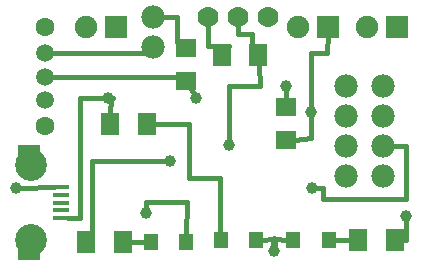
<source format=gbl>
G04 MADE WITH FRITZING*
G04 WWW.FRITZING.ORG*
G04 DOUBLE SIDED*
G04 HOLES PLATED*
G04 CONTOUR ON CENTER OF CONTOUR VECTOR*
%ASAXBY*%
%FSLAX23Y23*%
%MOIN*%
%OFA0B0*%
%SFA1.0B1.0*%
%ADD10C,0.039370*%
%ADD11C,0.069444*%
%ADD12C,0.059055*%
%ADD13C,0.106299*%
%ADD14C,0.062992*%
%ADD15C,0.078000*%
%ADD16C,0.075000*%
%ADD17R,0.070866X0.062992*%
%ADD18R,0.047244X0.055118*%
%ADD19R,0.062992X0.074803*%
%ADD20R,0.055118X0.013780*%
%ADD21R,0.074803X0.070866*%
%ADD22R,0.075000X0.075000*%
%ADD23C,0.016000*%
%ADD24C,0.024000*%
%LNCOPPER0*%
G90*
G70*
G54D10*
X1024Y507D03*
G54D11*
X878Y822D03*
X778Y822D03*
X678Y822D03*
X878Y822D03*
X778Y822D03*
X678Y822D03*
G54D10*
X938Y594D03*
X639Y554D03*
G54D12*
X135Y704D03*
X135Y625D03*
X135Y547D03*
G54D10*
X898Y43D03*
X39Y255D03*
G54D13*
X89Y80D03*
G54D14*
X135Y791D03*
X135Y460D03*
G54D13*
X89Y330D03*
G54D10*
X1026Y255D03*
X749Y397D03*
X473Y169D03*
X552Y342D03*
X1339Y161D03*
X347Y554D03*
G54D15*
X497Y722D03*
X497Y822D03*
X1264Y592D03*
X1264Y492D03*
X1264Y392D03*
X1264Y292D03*
X1139Y592D03*
X1139Y492D03*
X1139Y392D03*
X1139Y292D03*
G54D16*
X371Y791D03*
X271Y791D03*
X371Y791D03*
X271Y791D03*
X1080Y791D03*
X980Y791D03*
X1080Y791D03*
X980Y791D03*
X1308Y791D03*
X1208Y791D03*
X1308Y791D03*
X1208Y791D03*
G54D17*
X938Y523D03*
X938Y413D03*
X607Y720D03*
X607Y610D03*
G54D18*
X721Y80D03*
X839Y80D03*
X964Y80D03*
X1082Y80D03*
X489Y74D03*
X607Y74D03*
G54D19*
X476Y467D03*
X354Y467D03*
X1301Y80D03*
X1179Y80D03*
X725Y696D03*
X847Y696D03*
X395Y74D03*
X272Y74D03*
G54D20*
X189Y154D03*
X189Y256D03*
X189Y179D03*
X189Y205D03*
X189Y230D03*
G54D21*
X84Y47D03*
X84Y362D03*
G54D22*
X371Y791D03*
X371Y791D03*
X1080Y791D03*
X1080Y791D03*
X1308Y791D03*
X1308Y791D03*
G54D23*
X576Y743D02*
X576Y823D01*
D02*
X576Y823D02*
X521Y822D01*
D02*
X577Y741D02*
X576Y743D01*
D02*
X198Y704D02*
X154Y704D01*
D02*
X473Y704D02*
X198Y704D01*
D02*
X477Y708D02*
X473Y704D01*
D02*
X206Y625D02*
X411Y625D01*
D02*
X206Y625D02*
X154Y625D01*
D02*
X608Y207D02*
X607Y96D01*
D02*
X473Y207D02*
X608Y207D01*
D02*
X473Y182D02*
X473Y207D01*
D02*
X632Y566D02*
X622Y584D01*
G54D24*
D02*
X898Y83D02*
X898Y62D01*
G54D23*
D02*
X851Y594D02*
X849Y664D01*
D02*
X749Y594D02*
X851Y594D01*
D02*
X749Y410D02*
X749Y594D01*
D02*
X938Y549D02*
X938Y580D01*
D02*
X1024Y420D02*
X1024Y494D01*
D02*
X968Y415D02*
X1024Y420D01*
D02*
X1024Y521D02*
X1024Y704D01*
D02*
X1024Y704D02*
X1076Y705D01*
D02*
X1076Y705D02*
X1079Y768D01*
D02*
X827Y767D02*
X780Y767D01*
D02*
X780Y767D02*
X779Y801D01*
D02*
X827Y727D02*
X827Y767D01*
D02*
X847Y696D02*
X827Y727D01*
D02*
X678Y727D02*
X678Y801D01*
D02*
X750Y727D02*
X678Y727D01*
D02*
X725Y696D02*
X750Y727D01*
D02*
X575Y625D02*
X577Y624D01*
D02*
X411Y625D02*
X575Y625D01*
D02*
X1100Y80D02*
X1153Y80D01*
D02*
X898Y83D02*
X857Y81D01*
D02*
X898Y83D02*
X946Y81D01*
D02*
X1339Y81D02*
X1339Y147D01*
D02*
X1327Y80D02*
X1339Y81D01*
D02*
X718Y287D02*
X616Y287D01*
D02*
X616Y287D02*
X616Y468D01*
D02*
X720Y102D02*
X718Y287D01*
D02*
X616Y468D02*
X551Y467D01*
D02*
X551Y467D02*
X502Y467D01*
D02*
X355Y554D02*
X354Y499D01*
D02*
X361Y553D02*
X355Y554D01*
D02*
X52Y255D02*
X167Y256D01*
D02*
X1063Y218D02*
X1339Y218D01*
D02*
X1339Y218D02*
X1339Y393D01*
D02*
X1339Y393D02*
X1288Y392D01*
D02*
X1063Y254D02*
X1063Y218D01*
D02*
X1040Y255D02*
X1063Y254D01*
D02*
X420Y74D02*
X471Y74D01*
D02*
X293Y89D02*
X272Y74D01*
D02*
X293Y343D02*
X293Y89D01*
D02*
X539Y342D02*
X293Y343D01*
D02*
X252Y554D02*
X334Y554D01*
D02*
X252Y153D02*
X252Y554D01*
D02*
X211Y153D02*
X252Y153D01*
G04 End of Copper0*
M02*
</source>
